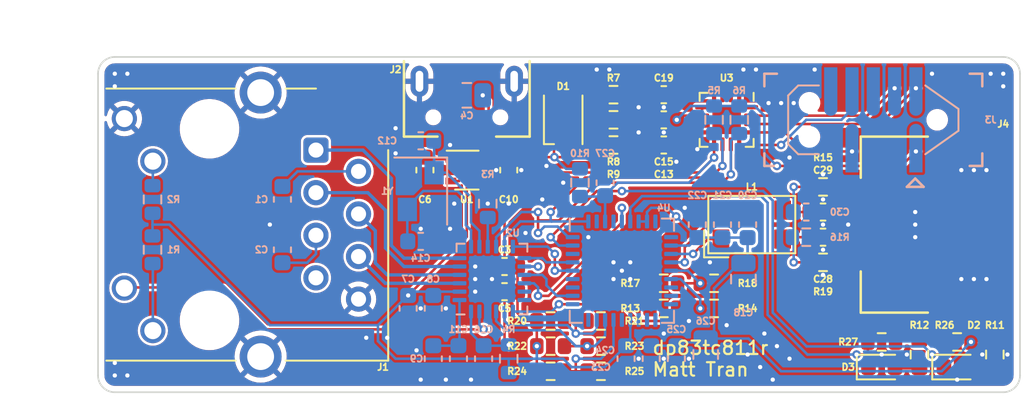
<source format=kicad_pcb>
(kicad_pcb (version 20211014) (generator pcbnew)
  (layers (0 "F.Cu" signal) (31 "B.Cu" signal) (34 "B.Paste" user) (35 "F.Paste" user) (36 "B.SilkS" user "B.Silkscreen") (37 "F.SilkS" user "F.Silkscreen") (38 "B.Mask" user) (39 "F.Mask" user) (44 "Edge.Cuts" user))
  (net 0 "")
  (net 1 "Net-(C1-Pad1)")
  (net 2 "GND")
  (net 3 "Net-(C2-Pad1)")
  (net 4 "+3V3")
  (net 5 "+5V")
  (net 6 "Net-(C11-Pad1)")
  (net 7 "Net-(C12-Pad2)")
  (net 8 "Net-(C14-Pad1)")
  (net 9 "/PHY_RST")
  (net 10 "Net-(C19-Pad1)")
  (net 11 "Net-(C28-Pad1)")
  (net 12 "/TRD+")
  (net 13 "Net-(C29-Pad1)")
  (net 14 "/TRD-")
  (net 15 "Net-(C30-Pad1)")
  (net 16 "Net-(D1-Pad2)")
  (net 17 "Net-(D1-Pad3)")
  (net 18 "Net-(D1-Pad4)")
  (net 19 "/LED_0")
  (net 20 "Net-(D2-Pad2)")
  (net 21 "/LED_1")
  (net 22 "Net-(D3-Pad2)")
  (net 23 "/TX+")
  (net 24 "/TX-")
  (net 25 "/RX+")
  (net 26 "/RX-")
  (net 27 "Net-(J1-Pad10)")
  (net 28 "/LED0")
  (net 29 "Net-(J1-Pad12)")
  (net 33 "/RX")
  (net 35 "/TX")
  (net 37 "/SWCLK")
  (net 38 "/SWDIO")
  (net 39 "Net-(L1-Pad1)")
  (net 40 "Net-(R3-Pad2)")
  (net 41 "/MDC")
  (net 42 "/MDIO")
  (net 43 "/LED_B")
  (net 44 "/LED_G")
  (net 45 "/LED_R")
  (net 46 "/RX_DV")
  (net 47 "/RX_ER")
  (net 48 "/RX_D0")
  (net 49 "/RX_D1")
  (net 50 "/RX_D2")
  (net 52 "/TX_D1")
  (net 53 "/TX_D0")
  (net 54 "/TX_EN")
  (net 55 "/REF_CLK")
  (net 75 "Net-(L1-Pad4)")
  (footprint "Resistor_SMD:R_0603_1608Metric" (layer "F.Cu") (at 137 108.75 180)
    (fp_text reference "R25")
    (fp_text value "DNP")
  )
  (footprint "Resistor_SMD:R_0603_1608Metric" (layer "F.Cu") (at 137.75 92.25)
    (fp_text reference "R7")
    (fp_text value "1k")
  )
  (footprint "LED_SMD:LED_0603_1608Metric" (layer "F.Cu") (at 153.75 108.5)
    (fp_text reference "D3")
    (fp_text value "LED_1")
  )
  (footprint "LED_SMD:LED_Cree-PLCC4_2x2mm_CW" (layer "F.Cu") (at 134.75 93.75 90)
    (fp_text reference "D1")
    (fp_text value "LED_ABGR")
  )
  (footprint "Capacitor_SMD:C_0603_1608Metric" (layer "F.Cu") (at 131.5 96.75 -90)
    (fp_text reference "C10")
    (fp_text value "1u")
  )
  (footprint "Resistor_SMD:R_0603_1608Metric" (layer "F.Cu") (at 140.75 105 180)
    (fp_text reference "R13")
    (fp_text value "2k49")
  )
  (footprint "Resistor_SMD:R_0603_1608Metric" (layer "F.Cu") (at 143.75 105 180)
    (fp_text reference "R14")
    (fp_text value "DNP")
  )
  (footprint "Capacitor_SMD:C_0603_1608Metric" (layer "F.Cu") (at 126.5 96.75 90)
    (fp_text reference "C6")
    (fp_text value "1u")
  )
  (footprint "Resistor_SMD:R_0603_1608Metric" (layer "F.Cu") (at 150.25 102.25 180)
    (fp_text reference "R19")
    (fp_text value "1k")
  )
  (footprint "Capacitor_SMD:C_0603_1608Metric" (layer "F.Cu") (at 140.75 92.25 180)
    (fp_text reference "C19")
    (fp_text value "100n")
  )
  (footprint "Resistor_SMD:R_0603_1608Metric" (layer "F.Cu") (at 160.5 107.75 -90)
    (fp_text reference "R11")
    (fp_text value "1k")
  )
  (footprint "Resistor_SMD:R_0603_1608Metric" (layer "F.Cu") (at 158.25 107)
    (fp_text reference "R26")
    (fp_text value "DNP")
  )
  (footprint "LED_SMD:LED_0603_1608Metric" (layer "F.Cu") (at 158.25 108.5)
    (fp_text reference "D2")
    (fp_text value "LED_0")
  )
  (footprint "Resistor_SMD:R_0603_1608Metric" (layer "F.Cu") (at 143.75 103.5 180)
    (fp_text reference "R18")
    (fp_text value "DNP")
  )
  (footprint "Resistor_SMD:R_0603_1608Metric" (layer "F.Cu") (at 134 105.75 180)
    (fp_text reference "R20")
    (fp_text value "DNP")
  )
  (footprint "Resistor_SMD:R_0603_1608Metric" (layer "F.Cu") (at 140.75 103.5 180)
    (fp_text reference "R17")
    (fp_text value "DNP")
  )
  (footprint "Resistor_SMD:R_0603_1608Metric" (layer "F.Cu") (at 150.25 97.75 180)
    (fp_text reference "R15")
    (fp_text value "1k")
  )
  (footprint "Resistor_SMD:R_0603_1608Metric" (layer "F.Cu") (at 137.75 93.75)
    (fp_text reference "R8")
    (fp_text value "1k")
  )
  (footprint "Capacitor_SMD:C_0603_1608Metric" (layer "F.Cu") (at 131.25 102.5 180)
    (fp_text reference "C3")
    (fp_text value "1u")
  )
  (footprint "Package_TO_SOT_SMD:SOT-353_SC-70-5" (layer "F.Cu") (at 129 96.75)
    (fp_text reference "U1")
    (fp_text value "MIC5365-3.3YC5")
  )
  (footprint "Resistor_SMD:R_0603_1608Metric" (layer "F.Cu") (at 156 107.75 -90)
    (fp_text reference "R12")
    (fp_text value "1k")
  )
  (footprint "Capacitor_SMD:C_0603_1608Metric" (layer "F.Cu") (at 131.25 104 180)
    (fp_text reference "C5")
    (fp_text value "100n")
  )
  (footprint "extraparts:Molex_DuraClik_RH_3pin" (layer "F.Cu") (at 162 100 90)
    (fp_text reference "J4")
    (fp_text value "100BASE-T1")
  )
  (footprint "Resistor_SMD:R_0603_1608Metric" (layer "F.Cu") (at 134 108.75 180)
    (fp_text reference "R24")
    (fp_text value "DNP")
  )
  (footprint "Connector_RJ:RJ45_Cetus_J1B1211CCD_Horizontal" (layer "F.Cu") (at 120 95.555 -90)
    (fp_text reference "J1")
    (fp_text value "J1B1211CCD")
  )
  (footprint "Capacitor_SMD:C_0603_1608Metric" (layer "F.Cu") (at 150.25 100.75)
    (fp_text reference "C28")
    (fp_text value "100n")
  )
  (footprint "Capacitor_SMD:C_0603_1608Metric" (layer "F.Cu") (at 140.75 95.25 180)
    (fp_text reference "C13")
    (fp_text value "1u")
  )
  (footprint "Resistor_SMD:R_0603_1608Metric" (layer "F.Cu") (at 134 107.25 180)
    (fp_text reference "R22")
    (fp_text value "2k49")
  )
  (footprint "Inductor_SMD:L_CommonModeChoke_Coilcraft_1812CAN" (layer "F.Cu") (at 146 100 90)
    (fp_text reference "L1")
    (fp_text value "DLW43MH201XK2L")
  )
  (footprint "Capacitor_SMD:C_0603_1608Metric" (layer "F.Cu") (at 140.75 93.75 180)
    (fp_text reference "C15")
    (fp_text value "100n")
  )
  (footprint "Capacitor_SMD:C_0603_1608Metric" (layer "F.Cu") (at 150.25 99.25)
    (fp_text reference "C29")
    (fp_text value "100n")
  )
  (footprint "Resistor_SMD:R_0603_1608Metric" (layer "F.Cu") (at 137 107.25 180)
    (fp_text reference "R23")
    (fp_text value "DNP")
  )
  (footprint "extraparts:USB_Micro-B_U254-05" (layer "F.Cu") (at 129 90 180)
    (fp_text reference "J2")
    (fp_text value "Power")
  )
  (footprint "Package_DFN_QFN:QFN-16-1EP_3x3mm_P0.5mm_EP1.7x1.7mm" (layer "F.Cu") (at 144.5 93.75 -90)
    (fp_text reference "U3")
    (fp_text value "CY8C4013LQI-411")
  )
  (footprint "Resistor_SMD:R_0603_1608Metric" (layer "F.Cu") (at 137 105.75 180)
    (fp_text reference "R21")
    (fp_text value "DNP")
  )
  (footprint "Resistor_SMD:R_0603_1608Metric" (layer "F.Cu") (at 153.75 107)
    (fp_text reference "R27")
    (fp_text value "DNP")
  )
  (footprint "Resistor_SMD:R_0603_1608Metric" (layer "F.Cu") (at 137.75 95.25)
    (fp_text reference "R9")
    (fp_text value "1k")
  )
  (footprint "Resistor_SMD:R_0603_1608Metric" (layer "B.Cu") (at 143.75 93.75 -90)
    (fp_text reference "R5")
    (fp_text value "2k2")
  )
  (footprint "Capacitor_SMD:C_0603_1608Metric" (layer "B.Cu") (at 138.5 108 -90)
    (fp_text reference "C23")
    (fp_text value "10n")
  )
  (footprint "Capacitor_SMD:C_0805_2012Metric" (layer "B.Cu") (at 145.5 103.25 -90)
    (fp_text reference "C18")
    (fp_text value "10u")
  )
  (footprint "Package_DFN_QFN:QFN-24-1EP_4x4mm_P0.5mm_EP2.6x2.6mm" (layer "B.Cu") (at 130.5 103.25)
    (fp_text reference "U2")
    (fp_text value "KSZ8081RNA")
  )
  (footprint "Capacitor_SMD:C_0603_1608Metric" (layer "B.Cu") (at 128.5 108 -90)
    (fp_text reference "C11")
    (fp_text value "100n")
  )
  (footprint "Capacitor_SMD:C_0603_1608Metric" (layer "B.Cu") (at 126.25 95)
    (fp_text reference "C12")
    (fp_text value "20p")
  )
  (footprint "extraparts:TC2050+Header" (layer "B.Cu") (at 153.25 93.75 180)
    (fp_text reference "J3")
    (fp_text value "SWD")
  )
  (footprint "Capacitor_SMD:C_0603_1608Metric" (layer "B.Cu") (at 137.25 97.5 90)
    (fp_text reference "C27")
    (fp_text value "100n")
  )
  (footprint "Capacitor_SMD:C_0603_1608Metric" (layer "B.Cu") (at 118 98.5 -90)
    (fp_text reference "C1")
    (fp_text value "100n")
  )
  (footprint "Capacitor_SMD:C_0603_1608Metric" (layer "B.Cu") (at 126.25 101)
    (fp_text reference "C14")
    (fp_text value "20p")
  )
  (footprint "Resistor_SMD:R_0603_1608Metric" (layer "B.Cu") (at 130.25 98.75 -90)
    (fp_text reference "R3")
    (fp_text value "6k49")
  )
  (footprint "Capacitor_SMD:C_0603_1608Metric" (layer "B.Cu") (at 149.25 99.25)
    (fp_text reference "C30")
    (fp_text value "4n7")
  )
  (footprint "Capacitor_SMD:C_0603_1608Metric" (layer "B.Cu") (at 144.25 100 90)
    (fp_text reference "C21")
    (fp_text value "100n")
  )
  (footprint "Capacitor_SMD:C_0603_1608Metric" (layer "B.Cu") (at 118 101.5 90)
    (fp_text reference "C2")
    (fp_text value "100n")
  )
  (footprint "Capacitor_SMD:C_0805_2012Metric" (layer "B.Cu") (at 143.25 107.75 -90)
    (fp_text reference "C26")
    (fp_text value "10u")
  )
  (footprint "Crystal:Crystal_SMD_SeikoEpson_TSX3225-4Pin_3.2x2.5mm" (layer "B.Cu") (at 126.25 98 -90)
    (fp_text reference "Y1")
    (fp_text value "25MHz")
  )
  (footprint "Resistor_SMD:R_0603_1608Metric" (layer "B.Cu") (at 110.25 98.5 -90)
    (fp_text reference "R2")
    (fp_text value "1k")
  )
  (footprint "Resistor_SMD:R_0603_1608Metric" (layer "B.Cu") (at 145.25 93.75 -90)
    (fp_text reference "R6")
    (fp_text value "2k2")
  )
  (footprint "Capacitor_SMD:C_0603_1608Metric" (layer "B.Cu") (at 127 108 -90)
    (fp_text reference "C9")
    (fp_text value "1u")
  )
  (footprint "Resistor_SMD:R_0603_1608Metric" (layer "B.Cu") (at 131.5 108 90)
    (fp_text reference "R4")
    (fp_text value "10k")
  )
  (footprint "Capacitor_SMD:C_0603_1608Metric" (layer "B.Cu") (at 140 108 -90)
    (fp_text reference "C24")
    (fp_text value "100n")
  )
  (footprint "Capacitor_SMD:C_0603_1608Metric" (layer "B.Cu") (at 142.75 100 90)
    (fp_text reference "C22")
    (fp_text value "10n")
  )
  (footprint "Capacitor_SMD:C_0603_1608Metric" (layer "B.Cu") (at 145.75 100 90)
    (fp_text reference "C20")
    (fp_text value "1u")
  )
  (footprint "Capacitor_SMD:C_0603_1608Metric" (layer "B.Cu") (at 130 108 -90)
    (fp_text reference "C16")
    (fp_text value "100n")
  )
  (footprint "Capacitor_SMD:C_0603_1608Metric" (layer "B.Cu") (at 125.5 105 -90)
    (fp_text reference "C7")
    (fp_text value "1u")
  )
  (footprint "Resistor_SMD:R_0603_1608Metric" (layer "B.Cu") (at 110.25 101.5 90)
    (fp_text reference "R1")
    (fp_text value "1k")
  )
  (footprint "Capacitor_SMD:C_0805_2012Metric" (layer "B.Cu") (at 129 92.2875 180)
    (fp_text reference "C4")
    (fp_text value "10u")
  )
  (footprint "Resistor_SMD:R_0603_1608Metric" (layer "B.Cu") (at 135.75 97.5 -90)
    (fp_text reference "R10")
    (fp_text value "10k")
  )
  (footprint "Capacitor_SMD:C_0603_1608Metric" (layer "B.Cu") (at 141.5 108 -90)
    (fp_text reference "C25")
    (fp_text value "1u")
  )
  (footprint "Package_DFN_QFN:QFN-36-1EP_6x6mm_P0.5mm_EP3.7x3.7mm" (layer "B.Cu") (at 138.25 102.75 -90)
    (fp_text reference "U4")
    (fp_text value "DP83TC811R-Q1")
  )
  (footprint "Resistor_SMD:R_0603_1608Metric" (layer "B.Cu") (at 149.25 100.75)
    (fp_text reference "R16")
    (fp_text value "100k")
  )
  (footprint "Capacitor_SMD:C_0603_1608Metric" (layer "B.Cu") (at 127 105 -90)
    (fp_text reference "C8")
    (fp_text value "100n")
  )
  (gr_line (start 162 91) (end 162 109) (layer "Edge.Cuts") (width 0.1))
  (gr_line (start 108 90) (end 161 90) (layer "Edge.Cuts") (width 0.1))
  (gr_arc (start 108 110) (mid 107.292893 109.707107) (end 107 109) (layer "Edge.Cuts") (width 0.1))
  (gr_line (start 107 109) (end 107 91) (layer "Edge.Cuts") (width 0.1))
  (gr_arc (start 161 90) (mid 161.707107 90.292893) (end 162 91) (layer "Edge.Cuts") (width 0.1))
  (gr_arc (start 162 109) (mid 161.707107 109.707107) (end 161 110) (layer "Edge.Cuts") (width 0.1))
  (gr_arc (start 107 91) (mid 107.292893 90.292893) (end 108 90) (layer "Edge.Cuts") (width 0.1))
  (gr_line (start 161 110) (end 108 110) (layer "Edge.Cuts") (width 0.1))
  (gr_text "dp83tc811r\nMatt Tran" (at 140 108) (layer "F.SilkS") (effects (font (size 0.8 0.8) (thickness 0.13)) (justify left)))
  (segment (start 122.54 96.825) (end 118.9 96.825) (width 0.1524) (layer "B.Cu") (net 1))
  (segment (start 118.9 96.825) (end 118 97.725) (width 0.1524) (layer "B.Cu") (net 1))
  (via (at 150.25 98.5) (size 0.508) (drill 0.254) (layers "F.Cu" "B.Cu") (net 2))
  (via (at 142.75 95.5) (size 0.508) (drill 0.254) (layers "F.Cu" "B.Cu") (net 2))
  (via (at 137.75 103.25) (size 0.508) (drill 0.254) (layers "F.Cu" "B.Cu") (net 2))
  (via (at 128.25 98.75) (size 0.508) (drill 0.254) (layers "F.Cu" "B.Cu") (net 2))
  (via (at 151.75 100) (size 0.508) (drill 0.254) (layers "F.Cu" "B.Cu") (net 2))
  (via (at 150.25 97) (size 0.508) (drill 0.254) (layers "F.Cu" "B.Cu") (net 2))
  (via (at 144.5 106) (size 0.508) (drill 0.254) (layers "F.Cu" "B.Cu") (net 2))
  (via (at 139.25 94.5) (size 0.508) (drill 0.254) (layers "F.Cu" "B.Cu") (net 2))
  (via (at 129.5 104) (size 0.508) (drill 0.254) (layers "F.Cu" "B.Cu") (net 2))
  (via (at 126.25 100.25) (size 0.508) (drill 0.254) (layers "F.Cu" "B.Cu") (net 2))
  (via (at 142 99) (size 0.508) (drill 0.254) (layers "F.Cu" "B.Cu") (net 2))
  (via (at 139.25 108) (size 0.508) (drill 0.254) (layers "F.Cu" "B.Cu") (net 2))
  (via (at 136.75 90.75) (size 0.508) (drill 0.254) (layers "F.Cu" "B.Cu") (net 2))
  (via (at 147 92.75) (size 0.508) (drill 0.254) (layers "F.Cu" "B.Cu") (net 2))
  (via (at 145.75 107.75) (size 0.508) (drill 0.254) (layers "F.Cu" "B.Cu") (net 2))
  (via (at 133.5 98.5) (size 0.508) (drill 0.254) (layers "F.Cu" "B.Cu") (net 2))
  (via (at 142.25 108) (size 0.508) (drill 0.254) (layers "F.Cu" "B.Cu") (net 2))
  (via (at 153.75 107.75) (size 0.508) (drill 0.254) (layers "F.Cu" "B.Cu") (net 2))
  (via (at 150.25 103) (size 0.508) (drill 0.254) (layers "F.Cu" "B.Cu") (net 2))
  (via (at 161 91.75) (size 0.508) (drill 0.254) (layers "F.Cu" "B.Cu") (net 2))
  (via (at 108 109) (size 0.508) (drill 0.254) (layers "F.Cu" "B.Cu") (net 2))
  (via (at 108.75 109) (size 0.508) (drill 0.254) (layers "F.Cu" "B.Cu") (net 2))
  (via (at 127.75 109.25) (size 0.508) (drill 0.254) (layers "F.Cu" "B.Cu") (net 2))
  (via (at 155.75 99.25) (size 0.508) (drill 0.254) (layers "F.Cu" "B.Cu") (net 2))
  (via (at 148.25 108) (size 0.508) (drill 0.254) (layers "F.Cu" "B.Cu") (net 2))
  (via (at 136.25 100.75) (size 0.508) (drill 0.254) (layers "F.Cu" "B.Cu") (net 2))
  (via (at 138.25 102.75) (size 0.508) (drill 0.254) (layers "F.Cu" "B.Cu") (net 2))
  (via (at 129.5 102.5) (size 0.508) (drill 0.254) (layers "F.Cu" "B.Cu") (net 2))
  (via (at 159.25 96.75) (size 0.508) (drill 0.254) (layers "F.Cu" "B.Cu") (net 2))
  (via (at 130.75 96.75) (size 0.508) (drill 0.254) (layers "F.Cu" "B.Cu") (net 2))
  (via (at 146.5 108.5) (size 0.508) (drill 0.254) (layers "F.Cu" "B.Cu") (net 2))
  (via (at 147.75 92.75) (size 0.508) (drill 0.254) (layers "F.Cu" "B.Cu") (net 2))
  (via (at 146.25 90.75) (size 0.508) (drill 0.254) (layers "F.Cu" "B.Cu") (net 2))
  (via (at 138.75 103.25) (size 0.508) (drill 0.254) (layers "F.Cu" "B.Cu") (net 2))
  (via (at 117.25 100) (size 0.508) (drill 0.254) (layers "F.Cu" "B.Cu") (net 2))
  (via (at 142.25 105.75) (size 0.508) (drill 0.254) (layers "F.Cu" "B.Cu") (net 2))
  (via (at 159.75 107.75) (size 0.508) (drill 0.254) (layers "F.Cu" "B.Cu") (net 2))
  (via (at 161 91) (size 0.508) (drill 0.254) (layers "F.Cu" "B.Cu") (net 2))
  (via (at 126 107.5) (size 0.508) (drill 0.254) (layers "F.Cu" "B.Cu") (net 2))
  (via (at 126.25 109.25) (size 0.508) (drill 0.254) (layers "F.Cu" "B.Cu") (net 2))
  (via (at 155.25 107.75) (size 0.508) (drill 0.254) (layers "F.Cu" "B.Cu") (net 2))
  (via (at 140.75 108) (size 0.508) (drill 0.254) (layers "F.Cu" "B.Cu") (net 2))
  (via (at 147.5 107.25) (size 0.508) (drill 0.254) (layers "F.Cu" "B.Cu") (net 2))
  (via (at 145.5 90.75) (size 0.508) (drill 0.254) (layers "F.Cu" "B.Cu") (net 2))
  (via (at 126.25 105) (size 0.508) (drill 0.254) (layers "F.Cu" "B.Cu") (net 2))
  (via (at 158.25 109.25) (size 0.508) (drill 0.254) (layers "F.Cu" "B.Cu") (net 2))
  (via (at 132.5 100.5) (size 0.508) (drill 0.254) (layers "F.Cu" "B.Cu") (net 2))
  (via (at 130.5 103.25) (size 0.508) (drill 0.254) (layers "F.Cu" "B.Cu") (net 2))
  (via (at 123 106.75) (size 0.508) (drill 0.254) (layers "F.Cu" "B.Cu") (net 2))
  (via (at 160 96.75) (size 0.508) (drill 0.254) (layers "F.Cu" "B.Cu") (net 2))
  (via (at 108 108.25) (size 0.508) (drill 0.254) (layers "F.Cu" "B.Cu") (net 2))
  (via (at 141.5 96.25) (size 0.508) (drill 0.254) (layers "F.Cu" "B.Cu") (net 2))
  (via (at 155.75 100.75) (size 0.508) (drill 0.254) (layers "F.Cu" "B.Cu") (net 2))
  (via (at 134.75 97.5) (size 0.508) (drill 0.254) (layers "F.Cu" "B.Cu") (net 2))
  (via (at 127.75 105) (size 0.508) (drill 0.254) (layers "F.Cu" "B.Cu") (net 2))
  (via (at 159.25 103.25) (size 0.508) (drill 0.254) (layers "F.Cu" "B.Cu") (net 2))
  (via (at 138.75 102.25) (size 0.508) (drill 0.254) (layers "F.Cu" "B.Cu") (net 2))
  (via (at 124.25 106.75) (size 0.508) (drill 0.254) (layers "F.Cu" "B.Cu") (net 2))
  (via (at 140.75 93) (size 0.508) (drill 0.254) (layers "F.Cu" "B.Cu") (net 2))
  (via (at 148.25 96) (size 0.508) (drill 0.254) (layers "F.Cu" "B.Cu") (net 2))
  (via (at 124.75 94.25) (size 0.508) (drill 0.254) (layers "F.Cu" "B.Cu") (net 2))
  (via (at 147.25 109.25) (size 0.508) (drill 0.254) (layers "F.Cu" "B.Cu") (net 2))
  (via (at 161.25 107.75) (size 0.508) (drill 0.254) (layers "F.Cu" "B.Cu") (net 2))
  (via (at 137.75 102.25) (size 0.508) (drill 0.254) (layers "F.Cu" "B.Cu") (net 2))
  (via (at 140.75 94.5) (size 0.508) (drill 0.254) (layers "F.Cu" "B.Cu") (net 2))
  (via (at 128 95.25) (size 0.508) (drill 0.254) (layers "F.Cu" "B.Cu") (net 2))
  (via (at 146.75 106.5) (size 0.508) (drill 0.254) (layers "F.Cu" "B.Cu") (net 2))
  (via (at 160.25 91) (size 0.508) (drill 0.254) (layers "F.Cu" "B.Cu") (net 2))
  (via (at 108.75 91) (size 0.508) (drill 0.254) (layers "F.Cu" "B.Cu") (net 2))
  (via (at 148.5 92.75) (size 0.508) (drill 0.254) (layers "F.Cu" "B.Cu") (net 2))
  (via (at 139.25 93) (size 0.508) (drill 0.254) (layers "F.Cu" "B.Cu") (net 2))
  (via (at 158.5 96.75) (size 0.508) (drill 0.254) (layers "F.Cu" "B.Cu") (net 2))
  (via (at 137.5 90.75) (size 0.508) (drill 0.254) (layers "F.Cu" "B.Cu") (net 2))
  (via (at 140.75 106.5) (size 0.508) (drill 0.254) (layers "F.Cu" "B.Cu") (net 2))
  (via (at 156.75 91) (size 0.508) (drill 0.254) (layers "F.Cu" "B.Cu") (net 2))
  (via (at 129.5 103.25) (size 0.508) (drill 0.254) (layers "F.Cu" "B.Cu") (net 2))
  (via (at 149.75 90.75) (size 0.508) (drill 0.254) (layers "F.Cu" "B.Cu") (net 2))
  (via (at 129.25 109.25) (size 0.508) (drill 0.254) (layers "F.Cu" "B.Cu") (net 2))
  (via (at 133.75 96.5) (size 0.508) (drill 0.254) (layers "F.Cu" "B.Cu") (net 2))
  (via (at 132.25 96.75) (size 0.508) (drill 0.254) (layers "F.Cu" "B.Cu") (net 2))
  (via (at 150.25 100) (size 0.508) (drill 0.254) (layers "F.Cu" "B.Cu") (net 2))
  (via (at 130.25 98.75) (size 0.508) (drill 0.254) (layers "F.Cu" "B.Cu") (net 2))
  (via (at 124.75 95.75) (size 0.508) (drill 0.254) (layers "F.Cu" "B.Cu") (net 2))
  (via (at 143.5 102.25) (size 0.508) (drill 0.254) (layers "F.Cu" "B.Cu") (net 2))
  (via (at 108 91.75) (size 0.508) (drill 0.254) (layers "F.Cu" "B.Cu") (net 2))
  (via (at 158.5 103.25) (size 0.508) (drill 0.254) (layers "F.Cu" "B.Cu") (net 2))
  (via (at 150.25 101.5) (size 0.508) (drill 0.254) (layers "F.Cu" "B.Cu") (net 2))
  (via (at 160 103.25) (size 0.508) (drill 0.254) (layers "F.Cu" "B.Cu") (net 2))
  (via (at 108 91) (size 0.508) (drill 0.254) (layers "F.Cu" "B.Cu") (net 2))
  (via (at 131.5 98.75) (size 0.508) (drill 0.254) (layers "F.Cu" "B.Cu") (net 2))
  (via (at 128 100.25) (size 0.508) (drill 0.254) (layers "F.Cu" "B.Cu") (net 2))
  (via (at 155.75 100) (size 0.508) (drill 0.254) (layers "F.Cu" "B.Cu") (net 2))
  (segment (start 119.475 102.275) (end 120 101.75) (width 0.1524) (layer "B.Cu") (net 3))
  (segment (start 118 102.275) (end 119.475 102.275) (width 0.1524) (layer "B.Cu") (net 3))
  (segment (start 120 101.75) (end 120 100.635) (width 0.1524) (layer "B.Cu") (net 3))
  (segment (start 141.775 93.5) (end 141.525 93.75) (width 0.1524) (layer "F.Cu") (net 4))
  (segment (start 154.925 96.5) (end 155.79 95.635) (width 0.1524) (layer "F.Cu") (net 4))
  (segment (start 159.075 106.9125) (end 159.075 107) (width 0.1524) (layer "F.Cu") (net 4))
  (segment (start 132.025 105.275) (end 132.5 105.75) (width 0.1524) (layer "F.Cu") (net 4))
  (segment (start 131.375 96.1) (end 131.5 95.975) (width 0.1524) (layer "F.Cu") (net 4))
  (segment (start 131.5 95.975) (end 134.225 95.975) (width 0.1524) (layer "F.Cu") (net 4))
  (segment (start 159.15 106.925) (end 159.075 107) (width 0.1524) (layer "F.Cu") (net 4))
  (segment (start 132.025 104) (end 132.025 102.5) (width 0.1524) (layer "F.Cu") (net 4))
  (segment (start 156.75 106.25) (end 158.4125 106.25) (width 0.1524) (layer "F.Cu") (net 4))
  (segment (start 139.925 101.075) (end 141.4875 99.5125) (width 0.1524) (layer "F.Cu") (net 4))
  (segment (start 140.8 95.975) (end 141.525 95.25) (width 0.1524) (layer "F.Cu") (net 4))
  (segment (start 129 100.725) (end 125.5 104.225) (width 0.1524) (layer "F.Cu") (net 4))
  (segment (start 133.175 105.75) (end 133.175 107.25) (width 0.1524) (layer "F.Cu") (net 4))
  (segment (start 129.95 96.1) (end 129.4 96.1) (width 0.1524) (layer "F.Cu") (net 4))
  (segment (start 143.0375 93) (end 143.0375 93.5) (width 0.1524) (layer "F.Cu") (net 4))
  (segment (start 147.5 96.5) (end 154.925 96.5) (width 0.1524) (layer "F.Cu") (net 4))
  (segment (start 132.025 104) (end 132.025 105.275) (width 0.1524) (layer "F.Cu") (net 4))
  (segment (start 129.95 96.1) (end 131.375 96.1) (width 0.1524) (layer "F.Cu") (net 4))
  (segment (start 134.225 95.975) (end 140.8 95.975) (width 0.1524) (layer "F.Cu") (net 4))
  (segment (start 158.4125 106.25) (end 159.075 106.9125) (width 0.1524) (layer "F.Cu") (net 4))
  (segment (start 141.525 93.75) (end 141.525 95.25) (width 0.1524) (layer "F.Cu") (net 4))
  (segment (start 156 106.925) (end 154.65 106.925) (width 0.1524) (layer "F.Cu") (net 4))
  (segment (start 129 96.5) (end 129 100.725) (width 0.1524) (layer "F.Cu") (net 4))
  (segment (start 129.4 96.1) (end 129 96.5) (width 0.1524) (layer "F.Cu") (net 4))
  (segment (start 134.2 94.5) (end 134.2 95.95) (width 0.1524) (layer "F.Cu") (net 4))
  (segment (start 134.2 95.95) (end 134.225 95.975) (width 0.1524) (layer "F.Cu") (net 4))
  (segment (start 132.5 105.75) (end 133.175 105.75) (width 0.1524) (layer "F.Cu") (net 4))
  (segment (start 160.5 106.925) (end 159.15 106.925) (width 0.1524) (layer "F.Cu") (net 4))
  (segment (start 154.65 106.925) (end 154.575 107) (width 0.1524) (layer "F.Cu") (net 4))
  (segment (start 156 106.925) (end 156.075 106.925) (width 0.1524) (layer "F.Cu") (net 4))
  (segment (start 139.925 103.5) (end 139.925 105) (width 0.1524) (layer "F.Cu") (net 4))
  (segment (start 139.925 103.5) (end 139.925 101.075) (width 0.1524) (layer "F.Cu") (net 4))
  (segment (start 132.025 102.5) (end 133.25 102.5) (width 0.1524) (layer "F.Cu") (net 4))
  (segment (start 143.0375 93.5) (end 141.775 93.5) (width 0.1524) (layer "F.Cu") (net 4))
  (segment (start 156.075 106.925) (end 156.75 106.25) (width 0.1524) (layer "F.Cu") (net 4))
  (segment (start 133.175 108.75) (end 133.175 107.25) (width 0.1524) (layer "F.Cu") (net 4))
  (via (at 133.175 107.25) (size 0.508) (drill 0.254) (layers "F.Cu" "B.Cu") (net 4))
  (via (at 125.5 104.225) (size 0.508) (drill 0.254) (layers "F.Cu" "B.Cu") (net 4))
  (via (at 141.4875 99.5125) (size 0.508) (drill 0.254) (layers "F.Cu" "B.Cu") (net 4))
  (via (at 147.5 96.5) (size 0.508) (drill 0.254) (layers "F.Cu" "B.Cu") (net 4))
  (via (at 133.25 102.5) (size 0.508) (drill 0.254) (layers "F.Cu" "B.Cu") (net 4))
  (via (at 134.225 95.975) (size 0.508) (drill 0.254) (layers "F.Cu" "B.Cu") (net 4))
  (via (at 159.075 107) (size 0.508) (drill 0.254) (layers "F.Cu" "B.Cu") (net 4))
  (via (at 155.79 95.635) (size 0.508) (drill 0.254) (layers "F.Cu" "B.Cu") (net 4))
  (via (at 141.525 93.75) (size 0.508) (drill 0.254) (layers "F.Cu" "B.Cu") (net 4))
  (segment (start 143.75 92.925) (end 142.35 92.925) (width 0.1524) (layer "B.Cu") (net 4))
  (segment (start 131.5 108) (end 133.18 108) (width 0.1524) (layer "B.Cu") (net 4))
  (segment (start 139.75 99.8125) (end 139.25 99.8125) (width 0.1524) (layer "B.Cu") (net 4))
  (segment (start 124.75 108) (end 131.5 108) (width 0.1524) (layer "B.Cu") (net 4))
  (segment (start 143.025 107.025) (end 143.25 106.8) (width 0.1524) (layer "B.Cu") (net 4))
  (segment (start 147.5 96.5) (end 146.75 95.75) (width 0.1524) (layer "B.Cu") (net 4))
  (segment (start 123.7 106.95) (end 124.75 108) (width 0.1524) (layer "B.Cu") (net 4))
  (segment (start 123.7 106) (end 123.7 106.95) (width 0.1524) (layer "B.Cu") (net 4))
  (segment (start 134.75 108) (end 135.25 108.5) (width 0.1524) (layer "B.Cu") (net 4))
  (segment (start 111.25 100) (end 110.25 100) (width 0.1524) (layer "B.Cu") (net 4))
  (segment (start 128.5625 104) (end 125.725 104) (width 0.1524) (layer "B.Cu") (net 4))
  (segment (start 141.1875 101.25) (end 142.275 101.25) (width 0.1524) (layer "B.Cu") (net 4))
  (segment (start 145.75 102.05) (end 145.5 102.3) (width 0.1524) (layer "B.Cu") (net 4))
  (segment (start 143.42 106.8) (end 143.75 106.47) (width 0.1524) (layer "B.Cu") (net 4))
  (segment (start 110.25 100) (end 110.25 100.675) (width 0.1524) (layer "B.Cu") (net 4))
  (segment (start 138.75 106.975) (end 138.5 107.225) (width 0.1524) (layer "B.Cu") (net 4))
  (segment (start 145.75 100.775) (end 145.75 102.05) (width 0.1524) (layer "B.Cu") (net 4))
  (segment (start 145.25 92.925) (end 143.75 92.925) (width 0.1524) (layer "B.Cu") (net 4))
  (segment (start 125.5 104.225) (end 125.475 104.225) (width 0.1524) (layer "B.Cu") (net 4))
  (segment (start 125.475 104.225) (end 123.7 106) (width 0.1524) (layer "B.Cu") (net 4))
  (segment (start 145.8 106.8) (end 147.75 108.75) (width 0.1524) (layer "B.Cu") (net 4))
  (segment (start 135.75 96.675) (end 134.925 96.675) (width 0.1524) (layer "B.Cu") (net 4))
  (segment (start 146.75 95.75) (end 146.75 93.5) (width 0.1524) (layer "B.Cu") (net 4))
  (segment (start 133.175 107.995) (end 133.18 108) (width 0.1524) (layer "B.Cu") (net 4))
  (segment (start 134.925 96.675) (end 134.225 95.975) (width 0.1524) (layer "B.Cu") (net 4))
  (segment (start 140 99) (end 140.975 99) (width 0.1524) (layer "B.Cu") (net 4))
  (segment (start 140.975 99) (end 141.4875 99.5125) (width 0.1524) (layer "B.Cu") (net 4))
  (segment (start 143.25 106.8) (end 145.8 106.8) (width 0.1524) (layer "B.Cu") (net 4))
  (segment (start 117.25 106) (end 111.25 100) (width 0.1524) (layer "B.Cu") (net 4))
  (segment (start 131.5 108.825) (end 131.5 108) (width 0.1524) (layer "B.Cu") (net 4))
  (segment (start 142.275 101.25) (end 142.75 100.775) (width 0.1524) (layer "B.Cu") (net 4))
  (segment (start 142.35 92.925) (end 141.525 93.75) (width 0.1524) (layer "B.Cu") (net 4))
  (segment (start 141.4875 99.5125) (end 142.75 100.775) (width 0.1524) (layer "B.Cu") (net 4))
  (segment (start 123.7 106) (end 117.25 106) (width 0.1524) (layer "B.Cu") (net 4))
  (segment (start 143.75 103.8) (end 145.25 102.3) (width 0.1524) (layer "B.Cu") (net 4))
  (segment (start 139.75 99.8125) (end 139.75 99.25) (width 0.1524) (layer "B.Cu") (net 4))
  (segment (start 110.25 99.325) (end 110.25 100) (width 0.1524) (layer "B.Cu") (net 4))
  (segment (start 145.25 102.3) (end 145.5 102.3) (width 0.1524) (layer "B.Cu") (net 4))
  (segment (start 132.4375 102.5) (end 133.25 102.5) (width 0.1524) (layer "B.Cu") (net 4))
  (segment (start 146.75 93.5) (end 146.175 92.925) (width 0.1524) (layer "B.Cu") (net 4))
  (segment (start 157.325 108.75) (end 159.075 107) (width 0.1524) (layer "B.Cu") (net 4))
  (segment (start 143.75 106.47) (end 143.75 103.8) (width 0.1524) (layer "B.Cu") (net 4))
  (segment (start 137.225 108.5) (end 138.5 107.225) (width 0.1524) (layer "B.Cu") (net 4))
  (segment (start 133.18 108) (end 134.75 108) (width 0.1524) (layer "B.Cu") (net 4))
  (segment (start 139.75 99.25) (end 140 99) (width 0.1524) (layer "B.Cu") (net 4))
  (segment (start 133.175 107.25) (end 133.175 107.995) (width 0.1524) (layer "B.Cu") (net 4))
  (segment (start 125.725 104) (end 125.5 104.225) (width 0.1524) (layer "B.Cu") (net 4))
  (segment (start 141.7 107.025) (end 143.025 107.025) (width 0.1524) (layer "B.Cu") (net 4))
  (segment (start 138.75 105.6875) (end 138.75 106.975) (width 0.1524) (layer "B.Cu") (net 4))
  (segment (start 138.5 107.225) (end 141.5 107.225) (width 0.1524) (layer "B.Cu") (net 4))
  (segment (start 141.5 107.225) (end 141.7 107.025) (width 0.1524) (layer "B.Cu") (net 4))
  (segment (start 142.75 100.775) (end 145.75 100.775) (width 0.1524) (layer "B.Cu") (net 4))
  (segment (start 146.175 92.925) (end 145.25 92.925) (width 0.1524) (layer "B.Cu") (net 4))
  (segment (start 147.75 108.75) (end 157.325 108.75) (width 0.1524) (layer "B.Cu") (net 4))
  (segment (start 143.25 106.8) (end 143.42 106.8) (width 0.1524) (layer "B.Cu") (net 4))
  (segment (start 135.25 108.5) (end 137.225 108.5) (width 0.1524) (layer "B.Cu") (net 4))
  (segment (start 130.3 95.2) (end 130.3 94.1) (width 0.1524) (layer "F.Cu") (net 5))
  (segment (start 128.5274 97.4) (end 128.65 97.2774) (width 0.1524) (layer "F.Cu") (net 5))
  (segment (start 128.05 96.1) (end 126.625 96.1) (width 0.1524) (layer "F.Cu") (net 5))
  (segment (start 130 95.5) (end 130.3 95.2) (width 0.1524) (layer "F.Cu") (net 5))
  (segment (start 128.65 97.2774) (end 128.65 96.1) (width 0.1524) (layer "F.Cu") (net 5))
  (segment (start 130.3 92.6375) (end 129.95 92.2875) (width 0.1524) (layer "F.Cu") (net 5))
  (segment (start 126.625 96.1) (end 126.5 95.975) (width 0.1524) (layer "F.Cu") (net 5))
  (segment (start 130.3 94.1) (end 130.3 92.6375) (width 0.1524) (layer "F.Cu") (net 5))
  (segment (start 128.05 96.1) (end 128.65 96.1) (width 0.1524) (layer "F.Cu") (net 5))
  (segment (start 128.05 97.4) (end 128.5274 97.4) (width 0.1524) (layer "F.Cu") (net 5))
  (segment (start 129.25 95.5) (end 130 95.5) (width 0.1524) (layer "F.Cu") (net 5))
  (segment (start 128.65 96.1) (end 129.25 95.5) (width 0.1524) (layer "F.Cu") (net 5))
  (via (at 129.95 92.2875) (size 0.508) (drill 0.254) (layers "F.Cu" "B.Cu") (net 5))
  (segment (start 128.5 107.225) (end 127 107.225) (width 0.1524) (layer "B.Cu") (net 6))
  (segment (start 128.5625 107.1625) (end 128.5 107.225) (width 0.1524) (layer "B.Cu") (net 6))
  (segment (start 128.5625 104.5) (end 128.5625 107.1625) (width 0.1524) (layer "B.Cu") (net 6))
  (segment (start 127.025 95) (end 127.05 95.025) (width 0.1524) (layer "B.Cu") (net 7))
  (segment (start 127.05 95.025) (end 127.05 96.9) (width 0.1524) (layer "B.Cu") (net 7))
  (segment (start 129.25 98.375) (end 127.775 96.9) (width 0.1524) (layer "B.Cu") (net 7))
  (segment (start 129.75 101.3125) (end 129.75 100.375) (width 0.1524) (layer "B.Cu") (net 7))
  (segment (start 129.75 100.375) (end 129.25 99.875) (width 0.1524) (layer "B.Cu") (net 7))
  (segment (start 129.25 99.875) (end 129.25 98.375) (width 0.1524) (layer "B.Cu") (net 7))
  (segment (start 127.775 96.9) (end 127.05 96.9) (width 0.1524) (layer "B.Cu") (net 7))
  (segment (start 128.443948 98) (end 126.4 98) (width 0.1524) (layer "B.Cu") (net 8))
  (segment (start 125.45 98.95) (end 125.45 99.1) (width 0.1524) (layer "B.Cu") (net 8))
  (segment (start 129.25 100.340526) (end 128.9452 100.035726) (width 0.1524) (layer "B.Cu") (net 8))
  (segment (start 128.9452 98.501252) (end 128.443948 98) (width 0.1524) (layer "B.Cu") (net 8))
  (segment (start 129.25 101.3125) (end 129.25 100.340526) (width 0.1524) (layer "B.Cu") (net 8))
  (segment (start 128.9452 100.035726) (end 128.9452 98.501252) (width 0.1524) (layer "B.Cu") (net 8))
  (segment (start 125.45 100.975) (end 125.45 99.1) (width 0.1524) (layer "B.Cu") (net 8))
  (segment (start 125.475 101) (end 125.45 100.975) (width 0.1524) (layer "B.Cu") (net 8))
  (segment (start 126.4 98) (end 125.45 98.95) (width 0.1524) (layer "B.Cu") (net 8))
  (segment (start 143.75 95.2125) (end 143.75 96) (width 0.1524) (layer "F.Cu") (net 9))
  (segment (start 142.8596 96.8904) (end 134.1096 96.8904) (width 0.1524) (layer "F.Cu") (net 9))
  (segment (start 134.1096 96.8904) (end 131.25 99.75) (width 0.1524) (layer "F.Cu") (net 9))
  (segment (start 131.25 106.925) (end 131.5 107.175) (width 0.1524) (layer "F.Cu") (net 9))
  (segment (start 131.25 99.75) (end 131.25 106.925) (width 0.1524) (layer "F.Cu") (net 9))
  (segment (start 143.75 96) (end 142.8596 96.8904) (width 0.1524) (layer "F.Cu") (net 9))
  (via (at 143.75 96) (size 0.508) (drill 0.254) (layers "F.Cu" "B.Cu") (net 9))
  (via (at 131.5 107.175) (size 0.508) (drill 0.254) (layers "F.Cu" "B.Cu") (net 9))
  (segment (start 131.45 107.225) (end 131.5 107.175) (width 0.1524) (layer "B.Cu") (net 9))
  (segment (start 135.75 98.325) (end 137.2 98.325) (width 0.1524) (layer "B.Cu") (net 9))
  (segment (start 143.75 96) (end 142.25 97.5) (width 0.1524) (layer "B.Cu") (net 9))
  (segment (start 130 107.225) (end 131.45 107.225) (width 0.1524) (layer "B.Cu") (net 9))
  (segment (start 137.25 98.25) (end 137.25 98.275) (width 0.1524) (layer "B.Cu") (net 9))
  (segment (start 142.25 97.5) (end 138 97.5) (width 0.1524) (layer "B.Cu") (net 9))
  (segment (start 137.2 98.325) (end 137.25 98.275) (width 0.1524) (layer "B.Cu") (net 9))
  (segment (start 129.25 106.475) (end 130 107.225) (width 0.1524) (layer "B.Cu") (net 9))
  (segment (start 129.25 105.1875) (end 129.25 106.475) (width 0.1524) (layer "B.Cu") (net 9))
  (segment (start 138 97.5) (end 137.25 98.25) (width 0.1524) (layer "B.Cu") (net 9))
  (segment (start 137.25 98.275) (end 137.25 99.8125) (width 0.1524) (layer "B.Cu") (net 9))
  (segment (start 143.75 92.2875) (end 141.5625 92.2875) (width 0.1524) (layer "F.Cu") (net 10))
  (segment (start 141.5625 92.2875) (end 141.525 92.25) (width 0.1524) (layer "F.Cu") (net 10))
  (segment (start 147.955 100.75) (end 147.84 100.865) (width 0.1524) (layer "F.Cu") (net 11))
  (segment (start 149.475 100.75) (end 147.955 100.75) (width 0.1524) (layer "F.Cu") (net 11))
  (segment (start 151.075 102.25) (end 151.325 102) (width 0.2) (layer "F.Cu") (net 12))
  (segment (start 151.075 100.8) (end 151.025 100.75) (width 0.2) (layer "F.Cu") (net 12))
  (segment (start 151.075 102.25) (end 151.075 100.8) (width 0.2) (layer "F.Cu") (net 12))
  (segment (start 151.325 102) (end 153.77 102) (width 0.2) (layer "F.Cu") (net 12))
  (segment (start 149.475 99.25) (end 147.955 99.25) (width 0.1524) (layer "F.Cu") (net 13))
  (segment (start 147.955 99.25) (end 147.84 99.135) (width 0.1524) (layer "F.Cu") (net 13))
  (segment (start 151.325 98) (end 153.77 98) (width 0.2) (layer "F.Cu") (net 14))
  (segment (start 151.075 97.75) (end 151.325 98) (width 0.2) (layer "F.Cu") (net 14))
  (segment (start 151.075 97.75) (end 151.075 99.2) (width 0.2) (layer "F.Cu") (net 14))
  (segment (start 151.075 99.2) (end 151.025 99.25) (width 0.2) (layer "F.Cu") (net 14))
  (segment (start 149.425 97.75) (end 148.5 97.75) (width 0.1524) (layer "F.Cu") (net 15))
  (segment (start 149.425 102.25) (end 148.5 102.25) (width 0.1524) (layer "F.Cu") (net 15))
  (via (at 148.5 97.75) (size 0.508) (drill 0.254) (layers "F.Cu" "B.Cu") (net 15))
  (via (at 148.5 102.25) (size 0.508) (drill 0.254) (layers "F.Cu" "B.Cu") (net 15))
  (segment (start 148.5 97.75) (end 148.5 102.25) (width 0.1524) (layer "B.Cu") (net 15))
  (segment (start 136.925 92.25) (end 134.35 92.25) (width 0.1524) (layer "F.Cu") (net 16))
  (segment (start 134.35 92.25) (end 134.2 92.4) (width 0.1524) (layer "F.Cu") (net 16))
  (segment (start 134.2 92.4) (end 134.2 93) (width 0.1524) (layer "F.Cu") (net 16))
  (segment (start 136.925 93.75) (end 136.925 93.675) (width 0.1524) (layer "F.Cu") (net 17))
  (segment (start 136.925 93.675) (end 136.25 93) (width 0.1524) (layer "F.Cu") (net 17))
  (segment (start 136.25 93) (end 135.3 93) (width 0.1524) (layer "F.Cu") (net 17))
  (segment (start 136.25 94.5) (end 135.3 94.5) (width 0.1524) (layer "F.Cu") (net 18))
  (segment (start 136.925 95.25) (end 136.925 95.175) (width 0.1524) (layer "F.Cu") (net 18))
  (segment (start 136.925 95.175) (end 136.25 94.5) (width 0.1524) (layer "F.Cu") (net 18))
  (segment (start 157.425 107.75) (end 157.425 108.4625) (width 0.1524) (layer "F.Cu") (net 19))
  (segment (start 136.75 98) (end 138.25 98) (width 0.1524) (layer "F.Cu") (net 19))
  (segment (start 156.75 107.75) (end 157.425 107.75) (width 0.1524) (layer "F.Cu") (net 19))
  (segment (start 157.425 108.4625) (end 157.4625 108.5) (width 0.1524) (layer "F.Cu") (net 19))
  (segment (start 134 100.75) (end 136.75 98) (width 0.1524) (layer "F.Cu") (net 19))
  (segment (start 157.425 107) (end 157.425 107.75) (width 0.1524) (layer "F.Cu") (net 19))
  (via (at 156.75 107.75) (size 0.508) (drill 0.254) (layers "F.Cu" "B.Cu") (net 19))
  (via (at 138.25 98) (size 0.508) (drill 0.254) (layers "F.Cu" "B.Cu") (net 19))
  (via (at 134 100.75) (size 0.508) (drill 0.254) (layers "F.Cu" "B.Cu") (net 19))
  (segment (start 134.5 101.25) (end 135.3125 101.25) (width 0.1524) (layer "B.Cu") (net 19))
  (segment (start 149.2674 107.2674) (end 156.2674 107.2674) (width 0.1524) (layer "B.Cu") (net 19))
  (segment (start 147.25 98.568948) (end 147.25 105.25) (width 0.1524) (layer "B.Cu") (net 19))
  (segment (start 156.2674 107.2674) (end 156.75 107.75) (width 0.1524) (layer "B.Cu") (net 19))
  (segment (start 147.25 105.25) (end 149.2674 107.2674) (width 0.1524) (layer "B.Cu") (net 19))
  (segment (start 134 100.75) (end 134.5 101.25) (width 0.1524) (layer "B.Cu") (net 19))
  (segment (start 146.681052 98) (end 147.25 98.568948) (width 0.1524) (layer "B.Cu") (net 19))
  (segment (start 138.25 98) (end 146.681052 98) (width 0.1524) (layer "B.Cu") (net 19))
  (segment (start 160.5 108.575) (end 159.1125 108.575) (width 0.1524) (layer "F.Cu") (net 20))
  (segment (start 159.1125 108.575) (end 159.0375 108.5) (width 0.1524) (layer "F.Cu") (net 20))
  (segment (start 152.925 108.4625) (end 152.9625 108.5) (width 0.1524) (layer "F.Cu") (net 21))
  (segment (start 152.925 107.75) (end 152.925 108.4625) (width 0.1524) (layer "F.Cu") (net 21))
  (segment (start 152.25 107.75) (end 152.925 107.75) (width 0.1524) (layer "F.Cu") (net 21))
  (segment (start 152.925 107) (end 152.925 107.75) (width 0.1524) (layer "F.Cu") (net 21))
  (via (at 152.25 107.75) (size 0.508) (drill 0.254) (layers "F.Cu" "B.Cu") (net 21))
  (segment (start 138.75 99) (end 139.4452 98.3048) (width 0.1524) (layer "B.Cu") (net 21))
  (segment (start 139.4452 98.3048) (end 146.5548 98.3048) (width 0.1524) (layer "B.Cu") (net 21))
  (segment (start 146.5548 98.3048) (end 146.9452 98.6952) (width 0.1524) (layer "B.Cu") (net 21))
  (segment (start 149.318948 107.75) (end 152.25 107.75) (width 0.1524) (layer "B.Cu") (net 21))
  (segment (start 146.9452 105.376252) (end 149.318948 107.75) (width 0.1524) (layer "B.Cu") (net 21))
  (segment (start 146.9452 98.6952) (end 146.9452 105.376252) (width 0.1524) (layer "B.Cu") (net 21))
  (segment (start 138.75 99.8125) (end 138.75 99) (width 0.1524) (layer "B.Cu") (net 21))
  (segment (start 156 108.575) (end 154.6125 108.575) (width 0.1524) (layer "F.Cu") (net 22))
  (segment (start 154.6125 108.575) (end 154.5375 108.5) (width 0.1524) (layer "F.Cu") (net 22))
  (segment (start 128.5625 102) (end 125.25 102) (width 0.2) (layer "B.Cu") (net 23))
  (segment (start 124.5 101.25) (end 124.5 97.25) (width 0.2) (layer "B.Cu") (net 23))
  (segment (start 125.25 102) (end 124.5 101.25) (width 0.2) (layer "B.Cu") (net 23))
  (segment (start 122.805 95.555) (end 120 95.555) (width 0.2) (layer "B.Cu") (net 23))
  (segment (start 124.5 97.25) (end 122.805 95.555) (width 0.2) (layer "B.Cu") (net 23))
  (segment (start 125.25 102.5) (end 124.1476 101.3976) (width 0.2) (layer "B.Cu") (net 24))
  (segment (start 124.1476 99.1476) (end 123.095 98.095) (width 0.2) (layer "B.Cu") (net 24))
  (segment (start 124.1476 101.3976) (end 124.1476 99.1476) (width 0.2) (layer "B.Cu") (net 24))
  (segment (start 128.5625 102.5) (end 125.25 102.5) (width 0.2) (layer "B.Cu") (net 24))
  (segment (start 123.095 98.095) (end 120 98.095) (width 0.2) (layer "B.Cu") (net 24))
  (segment (start 128.5625 103) (end 124.25 103) (width 0.2) (layer "B.Cu") (net 25))
  (segment (start 123.5424 102.2924) (end 123.5424 100.3674) (width 0.2) (layer "B.Cu") (net 25))
  (segment (start 124.25 103) (end 123.5424 102.2924) (width 0.2) (layer "B.Cu") (net 25))
  (segment (start 123.5424 100.3674) (end 122.54 99.365) (width 0.2) (layer "B.Cu") (net 25))
  (segment (start 124.135 103.5) (end 122.54 101.905) (width 0.2) (layer "B.Cu") (net 26))
  (segment (start 128.5625 103.5) (end 124.135 103.5) (width 0.2) (layer "B.Cu") (net 26))
  (segment (start 110.27 96.215) (end 110.27 97.655) (width 0.1524) (layer "B.Cu") (net 27))
  (segment (start 110.27 97.655) (end 110.25 97.675) (width 0.1524) (layer "B.Cu") (net 27))
  (segment (start 130 106.25) (end 117 106.25) (width 0.1524) (layer "F.Cu") (net 28))
  (segment (start 108.605 103.75) (end 108.57 103.785) (width 0.1524) (layer "F.Cu") (net 28))
  (segment (start 114.5 103.75) (end 108.605 103.75) (width 0.1524) (layer "F.Cu") (net 28))
  (segment (start 117 106.25) (end 114.5 103.75) (width 0.1524) (layer "F.Cu") (net 28))
  (via (at 130 106.25) (size 0.508) (drill 0.254) (layers "F.Cu" "B.Cu") (net 28))
  (segment (start 129.75 105.1875) (end 129.75 106) (width 0.1524) (layer "B.Cu") (net 28))
  (segment (start 129.75 106) (end 130 106.25) (width 0.1524) (layer "B.Cu") (net 28))
  (segment (start 110.27 106.325) (end 110.27 102.345) (width 0.1524) (layer "B.Cu") (net 29))
  (segment (start 110.27 102.345) (end 110.25 102.325) (width 0.1524) (layer "B.Cu") (net 29))
  (segment (start 145.9625 94.5) (end 148 94.5) (width 0.1524) (layer "F.Cu") (net 33))
  (segment (start 149.135 95.635) (end 151.98 95.635) (width 0.1524) (layer "F.Cu") (net 33))
  (segment (start 148 94.5) (end 149.135 95.635) (width 0.1524) (layer "F.Cu") (net 33))
  (via (at 151.98 95.635) (size 0.508) (drill 0.254) (layers "F.Cu" "B.Cu") (net 33))
  (segment (start 145.2875 95.25) (end 147.75 95.25) (width 0.1524) (layer "F.Cu") (net 35))
  (segment (start 145.25 95.2125) (end 145.2875 95.25) (width 0.1524) (layer "F.Cu") (net 35))
  (via (at 147.75 95.25) (size 0.508) (drill 0.254) (layers "F.Cu" "B.Cu") (net 35))
  (segment (start 151.345 93.75) (end 151.98 93.115) (width 0.1524) (layer "B.Cu") (net 35))
  (segment (start 149.25 93.75) (end 151.345 93.75) (width 0.1524) (layer "B.Cu") (net 35))
  (segment (start 147.75 95.25) (end 149.25 93.75) (width 0.1524) (layer "B.Cu") (net 35))
  (segment (start 145.9625 93.5) (end 152.885 93.5) (width 0.1524) (layer "F.Cu") (net 37))
  (segment (start 152.885 93.5) (end 154.52 91.865) (width 0.1524) (layer "F.Cu") (net 37))
  (via (at 154.52 91.865) (size 0.508) (drill 0.254) (layers "F.Cu" "B.Cu") (net 37))
  (segment (start 153.655 94) (end 155.79 91.865) (width 0.1524) (layer "F.Cu") (net 38))
  (segment (start 145.9625 94) (end 153.655 94) (width 0.1524) (layer "F.Cu") (net 38))
  (via (at 155.79 91.865) (size 0.508) (drill 0.254) (layers "F.Cu" "B.Cu") (net 38))
  (segment (start 142.5 101.75) (end 143.385 100.865) (width 0.1524) (layer "F.Cu") (net 39))
  (segment (start 143.385 100.865) (end 144.16 100.865) (width 0.1524) (layer "F.Cu") (net 39))
  (via (at 142.5 101.75) (size 0.508) (drill 0.254) (layers "F.Cu" "B.Cu") (net 39))
  (segment (start 141.1875 101.75) (end 142.5 101.75) (width 0.1524) (layer "B.Cu") (net 39))
  (segment (start 130.25 101.3125) (end 130.25 99.575) (width 0.1524) (layer "B.Cu") (net 40))
  (segment (start 144.25 95.2125) (end 144.25 96.5) (width 0.1524) (layer "F.Cu") (net 41))
  (segment (start 143.5548 97.1952) (end 136.0548 97.1952) (width 0.1524) (layer "F.Cu") (net 41))
  (segment (start 136.0548 97.1952) (end 134 99.25) (width 0.1524) (layer "F.Cu") (net 41))
  (segment (start 144.25 96.5) (end 143.5548 97.1952) (width 0.1524) (layer "F.Cu") (net 41))
  (via (at 144.25 96.5) (size 0.508) (drill 0.254) (layers "F.Cu" "B.Cu") (net 41))
  (via (at 134 99.25) (size 0.508) (drill 0.254) (layers "F.Cu" "B.Cu") (net 41))
  (segment (start 144.25 95) (end 143.825 94.575) (width 0.1524) (layer "B.Cu") (net 41))
  (segment (start 131.25 100.75) (end 131.25 101.3125) (width 0.1524) (layer "B.Cu") (net 41))
  (segment (start 143.825 94.575) (end 143.75 94.575) (width 0.1524) (layer "B.Cu") (net 41))
  (segment (start 132.1875 99.8125) (end 131.25 100.75) (width 0.1524) (layer "B.Cu") (net 41))
  (segment (start 144.25 96.5) (end 144.25 95) (width 0.1524) (layer "B.Cu") (net 41))
  (segment (start 136.25 99.8125) (end 134.0625 99.8125) (width 0.1524) (layer "B.Cu") (net 41))
  (segment (start 134 99.75) (end 134 99.25) (width 0.1524) (layer "B.Cu") (net 41))
  (segment (start 134.0625 99.8125) (end 132.1875 99.8125) (width 0.1524) (layer "B.Cu") (net 41))
  (segment (start 134.0625 99.8125) (end 134 99.75) (width 0.1524) (layer "B.Cu") (net 41))
  (segment (start 144.75 97) (end 144.25 97.5) (width 0.1524) (layer "F.Cu") (net 42))
  (segment (start 144.75 95.2125) (end 144.75 97) (width 0.1524) (layer "F.Cu") (net 42))
  (segment (start 136.75 97.5) (end 134.5 99.75) (width 0.1524) (layer "F.Cu") (net 42))
  (segment (start 134.5 99.75) (end 133.25 99.75) (width 0.1524) (layer "F.Cu") (net 42))
  (segment (start 133.25 99.75) (end 133.25 99.25) (width 0.1524) (layer "F.Cu") (net 42))
  (segment (start 144.25 97.5) (end 136.75 97.5) (width 0.1524) (layer "F.Cu") (net 42))
  (segment (start 133.25 100.5) (end 133.25 99.75) (width 0.1524) (layer "F.Cu") (net 42))
  (via (at 133.25 100.5) (size 0.508) (drill 0.254) (layers "F.Cu" "B.Cu") (net 42))
  (via (at 144.75 97) (size 0.508) (drill 0.254) (layers "F.Cu" "B.Cu") (net 42))
  (via (at 133.25 99.25) (size 0.508) (drill 0.254) (layers "F.Cu" "B.Cu") (net 42))
  (segment (start 144.75 97) (end 144.75 95) (width 0.1524) (layer "B.Cu") (net 42))
  (segment (start 132.25 99.25) (end 133.25 99.25) (width 0.1524) (layer "B.Cu") (net 42))
  (segment (start 144.75 95) (end 145.175 94.575) (width 0.1524) (layer "B.Cu") (net 42))
  (segment (start 145.175 94.575) (end 145.25 94.575) (width 0.1524) (layer "B.Cu") (net 42))
  (segment (start 135.05 100.75) (end 135.3125 100.75) (width 0.1524) (layer "B.Cu") (net 42))
  (segment (start 134.4173 100.1173) (end 135.05 100.75) (width 0.1524) (layer "B.Cu") (net 42))
  (segment (start 133.6327 100.1173) (end 134.4173 100.1173) (width 0.1524) (layer "B.Cu") (net 42))
  (segment (start 130.75 100.75) (end 132.25 99.25) (width 0.1524) (layer "B.Cu") (net 42))
  (segment (start 133.25 100.5) (end 133.6327 100.1173) (width 0.1524) (layer "B.Cu") (net 42))
  (segment (start 130.75 101.3125) (end 130.75 100.75) (width 0.1524) (layer "B.Cu") (net 42))
  (segment (start 138.575 92.175) (end 138.575 92.25) (width 0.1524) (layer "F.Cu") (net 43))
  (segment (start 139.25 91.5) (end 138.575 92.175) (width 0.1524) (layer "F.Cu") (net 43))
  (segment (start 144 91.5) (end 139.25 91.5) (width 0.1524) (layer "F.Cu") (net 43))
  (segment (start 144.25 91.75) (end 144 91.5) (width 0.1524) (layer "F.Cu") (net 43))
  (segment (start 144.25 92.2875) (end 144.25 91.75) (width 0.1524) (layer "F.Cu") (net 43))
  (segment (start 138.575 93.6625) (end 138.575 93.75) (width 0.1524) (layer "F.Cu") (net 44))
  (segment (start 138.2036 91.5464) (end 138.197468 91.5464) (width 0.1524) (layer "F.Cu") (net 44))
  (segment (start 138.197468 91.5464) (end 137.9464 91.797468) (width 0.1524) (layer "F.Cu") (net 44))
  (segment (start 138.5548 91.1952) (end 138.2036 91.5464) (width 0.1524) (layer "F.Cu") (net 44))
  (segment (start 137.9464 91.797468) (end 137.9464 93.0339) (width 0.1524) (layer "F.Cu") (net 44))
  (segment (start 144.75 92.2875) (end 144.75 91.625) (width 0.1524) (layer "F.Cu") (net 44))
  (segment (start 144.3202 91.1952) (end 138.5548 91.1952) (width 0.1524) (layer "F.Cu") (net 44))
  (segment (start 144.75 91.625) (end 144.3202 91.1952) (width 0.1524) (layer "F.Cu") (net 44))
  (segment (start 137.9464 93.0339) (end 138.575 93.6625) (width 0.1524) (layer "F.Cu") (net 44))
  (segment (start 137.6416 91.671216) (end 137.6416 94.2416) (width 0.1524) (layer "F.Cu") (net 45))
  (segment (start 137.6416 94.2416) (end 138.575 95.175) (width 0.1524) (layer "F.Cu") (net 45))
  (segment (start 138.422416 90.8904) (end 137.6416 91.671216) (width 0.1524) (layer "F.Cu") (net 45))
  (segment (start 145.25 92.2875) (end 145.25 91.5) (width 0.1524) (layer "F.Cu") (net 45))
  (segment (start 144.6404 90.8904) (end 138.422416 90.8904) (width 0.1524) (layer "F.Cu") (net 45))
  (segment (start 138.575 95.175) (end 138.575 95.25) (width 0.1524) (layer "F.Cu") (net 45))
  (segment (start 145.25 91.5) (end 144.6404 90.8904) (width 0.1524) (layer "F.Cu") (net 45))
  (segment (start 138.25 104.75) (end 139.25 105.75) (width 0.1524) (layer "F.Cu") (net 46))
  (segment (start 141.575 105) (end 142.925 105) (width 0.1524) (layer "F.Cu") (net 46))
  (segment (start 140.9 105.75) (end 141.575 105.075) (width 0.1524) (layer "F.Cu") (net 46))
  (segment (start 141.575 105.075) (end 141.575 105) (width 0.1524) (layer "F.Cu") (net 46))
  (segment (start 139.25 105.75) (end 140.9 105.75) (width 0.1524) (layer "F.Cu") (net 46))
  (segment (start 134.4941 104.75) (end 138.25 104.75) (width 0.1524) (layer "F.Cu") (net 46))
  (via (at 134.4941 104.75) (size 0.508) (drill 0.254) (layers "F.Cu" "B.Cu") (net 46))
  (via (at 142.925 105) (size 0.508) (drill 0.254) (layers "F.Cu" "B.Cu") (net 46))
  (segment (start 141.75 103.25) (end 142.925 104.425) (width 0.1524) (layer "B.Cu") (net 46))
  (segment (start 134.4941 104.75) (end 134.0566 105.1875) (width 0.1524) (layer "B.Cu") (net 46))
  (segment (start 142.925 104.425) (end 142.925 105) (width 0.1524) (layer "B.Cu") (net 46))
  (segment (start 141.1875 103.25) (end 141.75 103.25) (width 0.1524) (layer "B.Cu") (net 46))
  (segment (start 134.0566 105.1875) (end 131.75 105.1875) (width 0.1524) (layer "B.Cu") (net 46))
  (segment (start 141.575 103.5) (end 142.925 103.5) (width 0.1524) (layer "F.Cu") (net 47))
  (via (at 142.925 103.5) (size 0.508) (drill 0.254) (layers "F.Cu" "B.Cu") (net 47))
  (segment (start 142.175 102.75) (end 142.925 103.5) (width 0.1524) (layer "B.Cu") (net 47))
  (segment (start 141.1875 102.75) (end 142.175 102.75) (width 0.1524) (layer "B.Cu") (net 47))
  (segment (start 135.5 106.5) (end 135.5 105.75) (width 0.1524) (layer "F.Cu") (net 48))
  (segment (start 136.175 105.75) (end 135.5 105.75) (width 0.1524) (layer "F.Cu") (net 48))
  (segment (start 135.5 105.75) (end 134.825 105.75) (width 0.1524) (layer "F.Cu") (net 48))
  (via (at 135.5 106.5) (size 0.508) (drill 0.254) (layers "F.Cu" "B.Cu") (net 48))
  (segment (start 136.75 105.6875) (end 136.75 106.255839) (width 0.1524) (layer "B.Cu") (net 48))
  (segment (start 135.5 106.5) (end 135 106) (width 0.1524) (layer "B.Cu") (net 48))
  (segment (start 136.505839 106.5) (end 135.5 106.5) (width 0.1524) (layer "B.Cu") (net 48))
  (segment (start 131.5 106) (end 131.25 105.75) (width 0.1524) (layer "B.Cu") (net 48))
  (segment (start 136.75 106.255839) (end 136.505839 106.5) (width 0.1524) (layer "B.Cu") (net 48))
  (segment (start 131.25 105.75) (end 131.25 105.1875) (width 0.1524) (layer "B.Cu") (net 48))
  (segment (start 135 106) (end 131.5 106) (width 0.1524) (layer "B.Cu") (net 48))
  (segment (start 136.175 107.25) (end 134.825 107.25) (width 0.1524) (layer "F.Cu") (net 49))
  (via (at 136.175 107.25) (size 0.508) (drill 0.254) (layers "F.Cu" "B.Cu") (net 49))
  (segment (start 136.625 107.25) (end 136.175 107.25) (width 0.1524) (layer "B.Cu") (net 49))
  (segment (start 130.75 105.75) (end 131.3048 106.3048) (width 0.1524) (layer "B.Cu") (net 49))
  (segment (start 137.25 106.625) (end 136.625 107.25) (width 0.1524) (layer "B.Cu") (net 49))
  (segment (start 134.5548 106.3048) (end 135.5 107.25) (width 0.1524) (layer "B.Cu") (net 49))
  (segment (start 130.75 105.1875) (end 130.75 105.75) (width 0.1524) (layer "B.Cu") (net 49))
  (segment (start 131.3048 106.3048) (end 134.5548 106.3048) (width 0.1524) (layer "B.Cu") (net 49))
  (segment (start 137.25 105.6875) (end 137.25 106.625) (width 0.1524) (layer "B.Cu") (net 49))
  (segment (start 135.5 107.25) (end 136.175 107.25) (width 0.1524) (layer "B.Cu") (net 49))
  (segment (start 135.5 108) (end 135.5 108.75) (width 0.1524) (layer "F.Cu") (net 50))
  (segment (start 135.5 108.75) (end 136.175 108.75) (width 0.1524) (layer "F.Cu") (net 50))
  (segment (start 134.825 108.75) (end 135.5 108.75) (width 0.1524) (layer "F.Cu") (net 50))
  (via (at 135.5 108) (size 0.508) (drill 0.254) (layers "F.Cu" "B.Cu") (net 50))
  (segment (start 137.75 107.25) (end 137 108) (width 0.1524) (layer "B.Cu") (net 50))
  (segment (start 137 108) (end 135.5 108) (width 0.1524) (layer "B.Cu") (net 50))
  (segment (start 137.75 105.6875) (end 137.75 107.25) (width 0.1524) (layer "B.Cu") (net 50))
  (segment (start 134.25 101.75) (end 134.25 102.75) (width 0.1524) (layer "F.Cu") (net 52))
  (via (at 134.25 101.75) (size 0.508) (drill 0.254) (layers "F.Cu" "B.Cu") (net 52))
  (via (at 134.25 102.75) (size 0.508) (drill 0.254) (layers "F.Cu" "B.Cu") (net 52))
  (segment (start 135.3125 102.75) (end 134.25 102.75) (width 0.1524) (layer "B.Cu") (net 52))
  (segment (start 134.25 101.75) (end 133.8125 101.3125) (width 0.1524) (layer "B.Cu") (net 52))
  (segment (start 133.8125 101.3125) (end 131.75 101.3125) (width 0.1524) (layer "B.Cu") (net 52))
  (segment (start 132.4375 102) (end 133.5 102) (width 0.1524) (layer "B.Cu") (net 53))
  (segment (start 133.75 102.25) (end 135.3125 102.25) (width 0.1524) (layer "B.Cu") (net 53))
  (segment (start 133.5 102) (end 133.75 102.25) (width 0.1524) (layer "B.Cu") (net 53))
  (segment (start 134.375 104.25) (end 135.3125 104.25) (width 0.1524) (layer "B.Cu") (net 54))
  (segment (start 133.75 103.625) (end 134.375 104.25) (width 0.1524) (layer "B.Cu") (net 54))
  (segment (start 133.75 103.25) (end 133.75 103.625) (width 0.1524) (layer "B.Cu") (net 54))
  (segment (start 132.4375 103) (end 133.5 103) (width 0.1524) (layer "B.Cu") (net 54))
  (segment (start 133.5 103) (end 133.75 103.25) (width 0.1524) (layer "B.Cu") (net 54))
  (segment (start 138.25 99.875) (end 138.25 99) (width 0.1524) (layer "F.Cu") (net 55))
  (segment (start 133.875 104.25) (end 138.25 99.875) (width 0.1524) (layer "F.Cu") (net 55))
  (segment (start 133.25 104.25) (end 133.875 104.25) (width 0.1524) (layer "F.Cu") (net 55))
  (via (at 133.25 104.25) (size 0.508) (drill 0.254) (layers "F.Cu" "B.Cu") (net 55))
  (via (at 138.25 99) (size 0.508) (drill 0.254) (layers "F.Cu" "B.Cu") (net 55))
  (segment (start 133.25 103.744161) (end 133.25 104.25) (width 0.1524) (layer "B.Cu") (net 55))
  (segment (start 133.005839 103.5) (end 133.25 103.744161) (width 0.1524) (layer "B.Cu") (net 55))
  (segment (start 132.4375 103.5) (end 133.005839 103.5) (width 0.1524) (layer "B.Cu") (net 55))
  (segment (start 138.25 99.8125) (end 138.25 99) (width 0.1524) (layer "B.Cu") (net 55))
  (segment (start 144.16 99.19) (end 144.16 99.135) (width 0.1524) (layer "F.Cu") (net 75))
  (segment (start 142 101.35) (end 144.16 99.19) (width 0.1524) (layer "F.Cu") (net 75))
  (segment (start 142 102.25) (end 142 101.35) (width 0.1524) (layer "F.Cu") (net 75))
  (via (at 142 102.25) (size 0.508) (drill 0.254) (layers "F.Cu" "B.Cu") (net 75))
  (segment (start 141.1875 102.25) (end 142 102.25) (width 0.1524) (layer "B.Cu") (net 75))
  (zone (net 2) (net_name "GND") (layers F&B.Cu) (connect_pads thru_hole_only (clearance 0.1524)) (min_thickness 0.1524) (fill yes (thermal_gap 0.3048) (thermal_bridge_width 0.3048))
    (polygon (pts (xy 162 110) (xy 107 110) (xy 107 90) (xy 162 90)))
  )
  (zone (net 0) (net_name "") (layer "F.Cu") (connect_pads thru_hole_only (clearance 0)) (min_thickness 0.1524)
    (keepout (tracks not_allowed) (vias not_allowed) (pads not_allowed) (copperpour not_allowed) (footprints allowed))
    (fill (thermal_gap 0.3048) (thermal_bridge_width 0.3048))
    (polygon (pts (xy 147.25 101.75) (xy 144.75 101.75) (xy 144.75 98.25) (xy 147.25 98.25)))
  )
)
</source>
